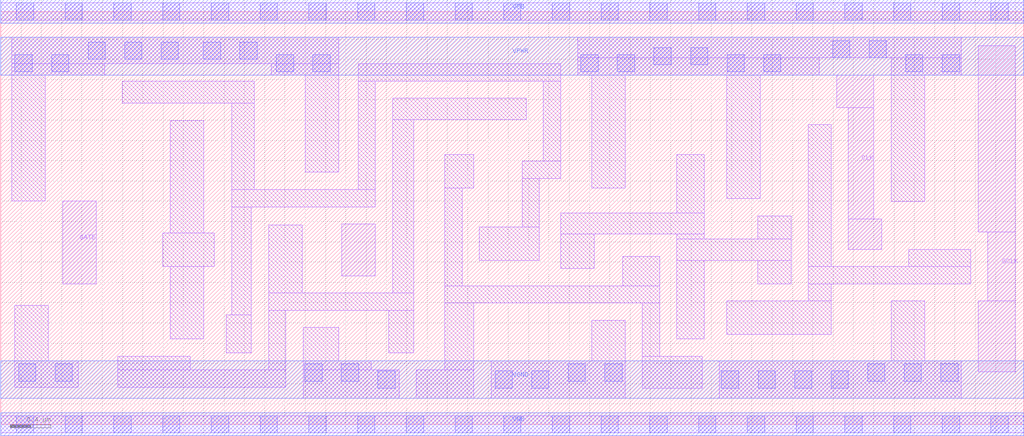
<source format=lef>
# Copyright 2020 The SkyWater PDK Authors
#
# Licensed under the Apache License, Version 2.0 (the "License");
# you may not use this file except in compliance with the License.
# You may obtain a copy of the License at
#
#     https://www.apache.org/licenses/LICENSE-2.0
#
# Unless required by applicable law or agreed to in writing, software
# distributed under the License is distributed on an "AS IS" BASIS,
# WITHOUT WARRANTIES OR CONDITIONS OF ANY KIND, either express or implied.
# See the License for the specific language governing permissions and
# limitations under the License.
#
# SPDX-License-Identifier: Apache-2.0

VERSION 5.7 ;
  NAMESCASESENSITIVE ON ;
  NOWIREEXTENSIONATPIN ON ;
  DIVIDERCHAR "/" ;
  BUSBITCHARS "[]" ;
UNITS
  DATABASE MICRONS 200 ;
END UNITS
MACRO sky130_fd_sc_hvl__dlclkp_1
  CLASS CORE ;
  SOURCE USER ;
  FOREIGN sky130_fd_sc_hvl__dlclkp_1 ;
  ORIGIN  0.000000  0.000000 ;
  SIZE  10.08000 BY  4.070000 ;
  SYMMETRY X Y ;
  SITE unithv ;
  PIN GATE
    ANTENNAGATEAREA  0.585000 ;
    DIRECTION INPUT ;
    USE SIGNAL ;
    PORT
      LAYER li1 ;
        RECT 0.610000 1.385000 0.940000 2.200000 ;
    END
  END GATE
  PIN GCLK
    ANTENNADIFFAREA  0.596250 ;
    DIRECTION OUTPUT ;
    USE SIGNAL ;
    PORT
      LAYER li1 ;
        RECT 9.630000 0.515000 9.995000 1.215000 ;
        RECT 9.630000 1.895000 9.995000 3.735000 ;
        RECT 9.725000 1.215000 9.995000 1.895000 ;
    END
  END GCLK
  PIN CLK
    ANTENNAGATEAREA  1.170000 ;
    DIRECTION INPUT ;
    USE CLOCK ;
    PORT
      LAYER li1 ;
        RECT 3.360000 1.465000 3.690000 1.975000 ;
        RECT 8.235000 3.125000 8.600000 3.445000 ;
        RECT 8.350000 1.725000 8.680000 2.025000 ;
        RECT 8.350000 2.025000 8.600000 3.125000 ;
    END
  END CLK
  PIN VGND
    DIRECTION INOUT ;
    USE GROUND ;
    PORT
      LAYER met1 ;
        RECT 0.000000 0.255000 10.080000 0.625000 ;
    END
  END VGND
  PIN VNB
    DIRECTION INOUT ;
    USE GROUND ;
    PORT
      LAYER met1 ;
        RECT 0.000000 -0.115000 10.080000 0.115000 ;
    END
  END VNB
  PIN VPB
    DIRECTION INOUT ;
    USE POWER ;
    PORT
      LAYER met1 ;
        RECT 0.000000 3.955000 10.080000 4.185000 ;
    END
  END VPB
  PIN VPWR
    DIRECTION INOUT ;
    USE POWER ;
    PORT
      LAYER met1 ;
        RECT 0.000000 3.445000 10.080000 3.815000 ;
    END
  END VPWR
  OBS
    LAYER li1 ;
      RECT 0.000000 -0.085000 10.080000 0.085000 ;
      RECT 0.000000  3.985000 10.080000 4.155000 ;
      RECT 0.110000  2.200000  0.440000 3.445000 ;
      RECT 0.110000  3.445000  1.025000 3.555000 ;
      RECT 0.110000  3.555000  3.330000 3.815000 ;
      RECT 0.140000  0.365000  0.765000 0.625000 ;
      RECT 0.140000  0.625000  0.470000 1.170000 ;
      RECT 1.155000  0.365000  2.810000 0.535000 ;
      RECT 1.155000  0.535000  1.865000 0.670000 ;
      RECT 1.195000  3.165000  2.495000 3.385000 ;
      RECT 1.595000  1.555000  2.105000 1.885000 ;
      RECT 1.670000  0.840000  2.000000 1.555000 ;
      RECT 1.670000  1.885000  2.000000 2.995000 ;
      RECT 2.220000  0.705000  2.470000 1.080000 ;
      RECT 2.275000  1.080000  2.470000 2.145000 ;
      RECT 2.275000  2.145000  3.690000 2.315000 ;
      RECT 2.275000  2.315000  2.495000 3.165000 ;
      RECT 2.640000  0.535000  2.810000 1.125000 ;
      RECT 2.640000  1.125000  4.070000 1.295000 ;
      RECT 2.640000  1.295000  2.970000 1.965000 ;
      RECT 2.665000  3.445000  3.330000 3.555000 ;
      RECT 2.980000  0.255000  3.925000 0.535000 ;
      RECT 2.980000  0.535000  3.650000 0.625000 ;
      RECT 2.980000  0.625000  3.330000 0.955000 ;
      RECT 3.000000  2.485000  3.330000 3.445000 ;
      RECT 3.520000  2.315000  3.690000 3.385000 ;
      RECT 3.520000  3.385000  5.515000 3.555000 ;
      RECT 3.820000  0.705000  4.070000 1.125000 ;
      RECT 3.860000  1.295000  4.070000 3.005000 ;
      RECT 3.860000  3.005000  5.175000 3.215000 ;
      RECT 4.095000  0.255000  4.660000 0.535000 ;
      RECT 4.375000  0.535000  4.660000 1.195000 ;
      RECT 4.375000  1.195000  6.490000 1.365000 ;
      RECT 4.375000  1.365000  4.545000 2.330000 ;
      RECT 4.375000  2.330000  4.660000 2.660000 ;
      RECT 4.715000  1.615000  5.305000 1.945000 ;
      RECT 4.830000  0.255000  6.150000 0.625000 ;
      RECT 5.135000  1.945000  5.305000 2.425000 ;
      RECT 5.135000  2.425000  5.515000 2.595000 ;
      RECT 5.345000  2.595000  5.515000 3.385000 ;
      RECT 5.515000  1.535000  5.845000 1.875000 ;
      RECT 5.515000  1.875000  6.930000 2.085000 ;
      RECT 5.685000  3.445000  8.065000 3.615000 ;
      RECT 5.685000  3.615000  9.460000 3.815000 ;
      RECT 5.820000  0.625000  6.150000 1.025000 ;
      RECT 5.820000  2.330000  6.150000 3.445000 ;
      RECT 6.125000  1.365000  6.490000 1.655000 ;
      RECT 6.320000  0.355000  6.910000 0.670000 ;
      RECT 6.320000  0.670000  6.490000 1.195000 ;
      RECT 6.660000  0.840000  6.930000 1.615000 ;
      RECT 6.660000  1.615000  7.785000 1.825000 ;
      RECT 6.660000  1.825000  6.930000 1.875000 ;
      RECT 6.660000  2.085000  6.930000 2.660000 ;
      RECT 7.080000  0.255000  9.460000 0.625000 ;
      RECT 7.150000  0.885000  8.180000 1.215000 ;
      RECT 7.150000  2.225000  7.480000 3.445000 ;
      RECT 7.455000  1.385000  7.785000 1.615000 ;
      RECT 7.455000  1.825000  7.785000 2.055000 ;
      RECT 7.955000  1.215000  8.180000 1.385000 ;
      RECT 7.955000  1.385000  9.555000 1.555000 ;
      RECT 7.955000  1.555000  8.180000 2.955000 ;
      RECT 8.770000  0.625000  9.100000 1.215000 ;
      RECT 8.770000  2.195000  9.100000 3.445000 ;
      RECT 8.770000  3.445000  9.460000 3.615000 ;
      RECT 8.945000  1.555000  9.555000 1.725000 ;
    LAYER mcon ;
      RECT 0.140000  3.475000 0.310000 3.645000 ;
      RECT 0.155000 -0.085000 0.325000 0.085000 ;
      RECT 0.155000  3.985000 0.325000 4.155000 ;
      RECT 0.175000  0.425000 0.345000 0.595000 ;
      RECT 0.500000  3.475000 0.670000 3.645000 ;
      RECT 0.535000  0.425000 0.705000 0.595000 ;
      RECT 0.635000 -0.085000 0.805000 0.085000 ;
      RECT 0.635000  3.985000 0.805000 4.155000 ;
      RECT 0.860000  3.600000 1.030000 3.770000 ;
      RECT 1.115000 -0.085000 1.285000 0.085000 ;
      RECT 1.115000  3.985000 1.285000 4.155000 ;
      RECT 1.220000  3.600000 1.390000 3.770000 ;
      RECT 1.580000  3.600000 1.750000 3.770000 ;
      RECT 1.595000 -0.085000 1.765000 0.085000 ;
      RECT 1.595000  3.985000 1.765000 4.155000 ;
      RECT 1.995000  3.600000 2.165000 3.770000 ;
      RECT 2.075000 -0.085000 2.245000 0.085000 ;
      RECT 2.075000  3.985000 2.245000 4.155000 ;
      RECT 2.355000  3.600000 2.525000 3.770000 ;
      RECT 2.555000 -0.085000 2.725000 0.085000 ;
      RECT 2.555000  3.985000 2.725000 4.155000 ;
      RECT 2.715000  3.475000 2.885000 3.645000 ;
      RECT 2.995000  0.425000 3.165000 0.595000 ;
      RECT 3.035000 -0.085000 3.205000 0.085000 ;
      RECT 3.035000  3.985000 3.205000 4.155000 ;
      RECT 3.075000  3.475000 3.245000 3.645000 ;
      RECT 3.355000  0.425000 3.525000 0.595000 ;
      RECT 3.515000 -0.085000 3.685000 0.085000 ;
      RECT 3.515000  3.985000 3.685000 4.155000 ;
      RECT 3.715000  0.355000 3.885000 0.525000 ;
      RECT 3.995000 -0.085000 4.165000 0.085000 ;
      RECT 3.995000  3.985000 4.165000 4.155000 ;
      RECT 4.475000 -0.085000 4.645000 0.085000 ;
      RECT 4.475000  3.985000 4.645000 4.155000 ;
      RECT 4.870000  0.355000 5.040000 0.525000 ;
      RECT 4.955000 -0.085000 5.125000 0.085000 ;
      RECT 4.955000  3.985000 5.125000 4.155000 ;
      RECT 5.230000  0.355000 5.400000 0.525000 ;
      RECT 5.435000 -0.085000 5.605000 0.085000 ;
      RECT 5.435000  3.985000 5.605000 4.155000 ;
      RECT 5.590000  0.425000 5.760000 0.595000 ;
      RECT 5.715000  3.475000 5.885000 3.645000 ;
      RECT 5.915000 -0.085000 6.085000 0.085000 ;
      RECT 5.915000  3.985000 6.085000 4.155000 ;
      RECT 5.950000  0.425000 6.120000 0.595000 ;
      RECT 6.075000  3.475000 6.245000 3.645000 ;
      RECT 6.395000 -0.085000 6.565000 0.085000 ;
      RECT 6.395000  3.985000 6.565000 4.155000 ;
      RECT 6.435000  3.545000 6.605000 3.715000 ;
      RECT 6.795000  3.545000 6.965000 3.715000 ;
      RECT 6.875000 -0.085000 7.045000 0.085000 ;
      RECT 6.875000  3.985000 7.045000 4.155000 ;
      RECT 7.100000  0.355000 7.270000 0.525000 ;
      RECT 7.155000  3.475000 7.325000 3.645000 ;
      RECT 7.355000 -0.085000 7.525000 0.085000 ;
      RECT 7.355000  3.985000 7.525000 4.155000 ;
      RECT 7.460000  0.355000 7.630000 0.525000 ;
      RECT 7.515000  3.475000 7.685000 3.645000 ;
      RECT 7.820000  0.355000 7.990000 0.525000 ;
      RECT 7.835000 -0.085000 8.005000 0.085000 ;
      RECT 7.835000  3.985000 8.005000 4.155000 ;
      RECT 8.180000  0.355000 8.350000 0.525000 ;
      RECT 8.195000  3.615000 8.365000 3.785000 ;
      RECT 8.315000 -0.085000 8.485000 0.085000 ;
      RECT 8.315000  3.985000 8.485000 4.155000 ;
      RECT 8.540000  0.425000 8.710000 0.595000 ;
      RECT 8.555000  3.615000 8.725000 3.785000 ;
      RECT 8.795000 -0.085000 8.965000 0.085000 ;
      RECT 8.795000  3.985000 8.965000 4.155000 ;
      RECT 8.900000  0.425000 9.070000 0.595000 ;
      RECT 8.915000  3.475000 9.085000 3.645000 ;
      RECT 9.260000  0.425000 9.430000 0.595000 ;
      RECT 9.275000 -0.085000 9.445000 0.085000 ;
      RECT 9.275000  3.475000 9.445000 3.645000 ;
      RECT 9.275000  3.985000 9.445000 4.155000 ;
      RECT 9.755000 -0.085000 9.925000 0.085000 ;
      RECT 9.755000  3.985000 9.925000 4.155000 ;
  END
END sky130_fd_sc_hvl__dlclkp_1
END LIBRARY

</source>
